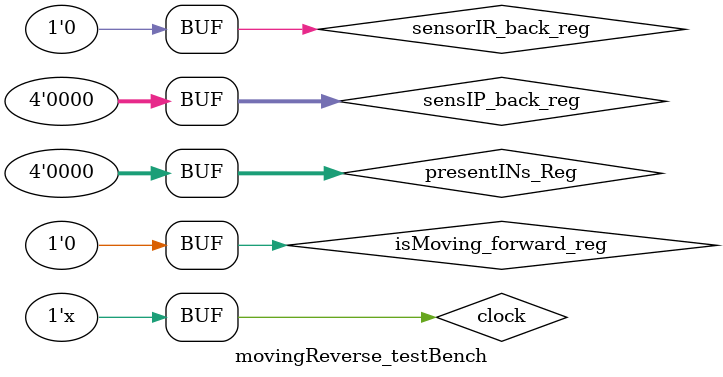
<source format=v>
`timescale 10ns / 1ps


module movingReverse_testBench(
    );
    
    reg clock;
    reg canMove_reg;
    reg isMoving_forward_reg;
    reg sensorIR_back_reg;
    reg [3:0] sensIP_back_reg;
    reg [3:0] presentINs_Reg;
    wire [3:0]sendToH_BridgeINs_wire;
    wire isMoving_out_wire;
    
    movingReverse testU1(
        .clock(clock),
        .canMove(canMove_reg),
        .isMoving_forward(isMoving_forward_reg),
        .sensorIR_back(sensorIR_back_reg),
        .sensIP_back(sensIP_back_reg),
        .presentINs(presentINs_Reg),
        .sendToH_BridgeINs(sendToH_BridgeINs_wire),
        .isMoving_out(isMoving_out_wire)
        //.notMovingAndWaitingForAudio(notMovingAndWaitingForAudio_reg)
        );
       
    initial begin
        clock <= 0;
        canMove_reg <= 1'b1;
        isMoving_forward_reg <= 1'b0;
        sensIP_back_reg  <= 4'b0000;
        sensorIR_back_reg <= 1'b0;
        //notMovingAndWaitingForAudio_reg <= 0;
        presentINs_Reg <= 4'b0000;
        
        #200000
        sensIP_back_reg  <= 4'b0000;
        
        #200000 //2 ms for 10 ns clock tick
        sensIP_back_reg  <= 4'b0001;
        
        #200000
        sensIP_back_reg  <= 4'b0010;
        
        #200000
        sensIP_back_reg  <= 4'b0011;
        
        #200000
        sensIP_back_reg  <= 4'b0100;
        
        #200000
        sensIP_back_reg  <= 4'b0101;
        
        #200000
        sensIP_back_reg  <= 4'b0110;
        
        #200000
        sensIP_back_reg  <= 4'b0111;
        
        #200000
        sensIP_back_reg  <= 4'b1000;
        
        #200000
        sensIP_back_reg  <= 4'b1001;
        
        #200000
        sensIP_back_reg  <= 4'b1010;
        
        #200000
        sensIP_back_reg  <= 4'b1011;
        
        #200000
        sensIP_back_reg  <= 4'b1100;
        
        #200000
        sensIP_back_reg  <= 4'b1110;
        
        #200000
        sensIP_back_reg  <= 4'b1111;
        
        #200000
        sensIP_back_reg  <= 4'b0110;
        sensorIR_back_reg <= 1'b1;
        
        #200000
        sensorIR_back_reg <= 1'b0;
        sensIP_back_reg  <= 4'b0000;
        
        //isMoving_in_reg <= 1'b1;
        #550000000
//        sensIP_Front_reg  <= 4'b0001;
//        #200000
        
        //isMoving_in_reg <= 1'b0;
        isMoving_forward_reg <= 1'b0;
        canMove_reg <= 1;
        sensorIR_back_reg <= 1'b0;
        sensIP_back_reg  <= 4'b1001;
        #200000
        isMoving_forward_reg <= 1'b0;
        canMove_reg <= 0;
        sensorIR_back_reg <= 1'b0;
        sensIP_back_reg  <= 4'b0000;
        
    end
    
    always@(posedge clock) begin
        if (~isMoving_out_wire)
            canMove_reg <= 0;
        else
             canMove_reg <= canMove_reg;
    end
    
        always begin
        # 1 clock = ~clock;
        end    
endmodule

</source>
